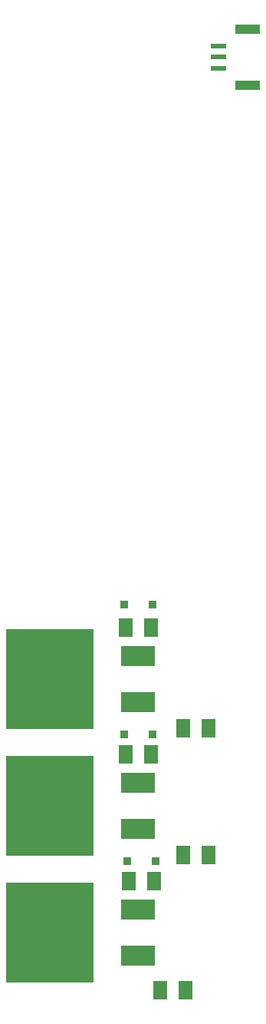
<source format=gbr>
G04 EAGLE Gerber RS-274X export*
G75*
%MOMM*%
%FSLAX34Y34*%
%LPD*%
%INSolderpaste Bottom*%
%IPPOS*%
%AMOC8*
5,1,8,0,0,1.08239X$1,22.5*%
G01*
%ADD10R,3.810000X2.320000*%
%ADD11R,9.650000X11.000000*%
%ADD12R,0.900000X0.950000*%
%ADD13R,1.600000X2.000000*%
%ADD14R,1.700000X0.600000*%
%ADD15R,2.700000X1.000000*%


D10*
X1066500Y711200D03*
D11*
X969300Y685800D03*
D10*
X1066500Y660400D03*
X1066500Y850900D03*
D11*
X969300Y825500D03*
D10*
X1066500Y800100D03*
X1066500Y990600D03*
D11*
X969300Y965200D03*
D10*
X1066500Y939800D03*
D12*
X1085725Y765175D03*
X1054225Y765175D03*
X1082550Y904875D03*
X1051050Y904875D03*
X1082550Y1047750D03*
X1051050Y1047750D03*
D13*
X1055975Y742950D03*
X1083975Y742950D03*
X1052800Y882650D03*
X1080800Y882650D03*
X1052800Y1022350D03*
X1080800Y1022350D03*
D14*
X1155138Y1651000D03*
X1155138Y1663500D03*
X1155138Y1638500D03*
D15*
X1187138Y1682000D03*
X1187138Y1620000D03*
D13*
X1090900Y622300D03*
X1118900Y622300D03*
X1116300Y771525D03*
X1144300Y771525D03*
X1116300Y911225D03*
X1144300Y911225D03*
M02*

</source>
